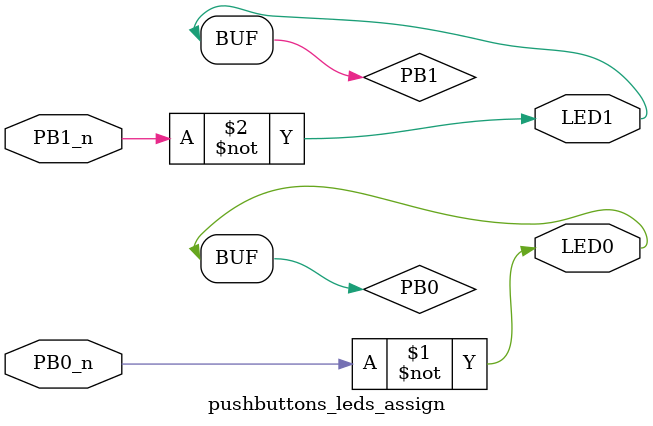
<source format=v>
module pushbuttons_leds_assign(
    input  PB0_n,
    input  PB1_n,
    output LED0,
    output LED1
    );

	wire PB0 = ~PB0_n; // PushButton on logipi are active low -> make it active high
	wire PB1 = ~PB1_n; // PushButton on logipi are active low -> make it active high

	assign LED0 = PB0; // connect PB0 to LED0
	assign LED1 = PB1; // connect PB1 to LED1

endmodule

</source>
